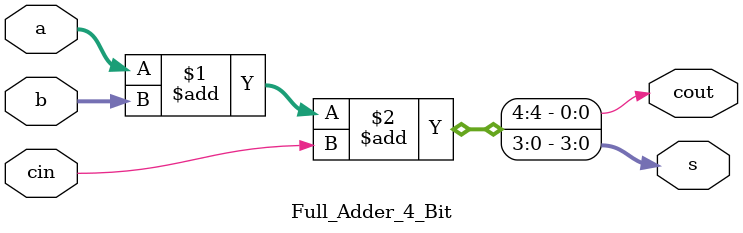
<source format=v>
module Full_Adder_4_Bit (
    input [3:0] a, b,
    input cin,
    output [3:0] s,
    output cout
);
    
    assign {cout,s} = a + b + cin;

endmodule
</source>
